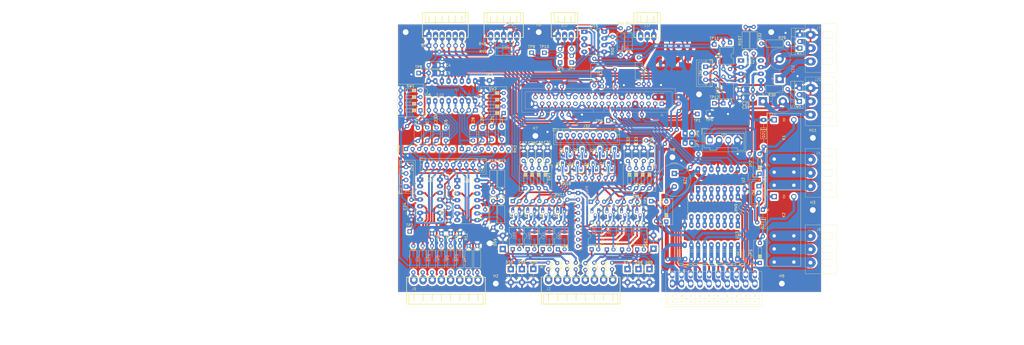
<source format=kicad_pcb>
(kicad_pcb
	(version 20240108)
	(generator "pcbnew")
	(generator_version "8.0")
	(general
		(thickness 1.6)
		(legacy_teardrops no)
	)
	(paper "A4")
	(layers
		(0 "F.Cu" signal)
		(1 "In1.Cu" signal)
		(2 "In2.Cu" signal)
		(31 "B.Cu" signal)
		(32 "B.Adhes" user "B.Adhesive")
		(33 "F.Adhes" user "F.Adhesive")
		(34 "B.Paste" user)
		(35 "F.Paste" user)
		(36 "B.SilkS" user "B.Silkscreen")
		(37 "F.SilkS" user "F.Silkscreen")
		(38 "B.Mask" user)
		(39 "F.Mask" user)
		(40 "Dwgs.User" user "User.Drawings")
		(41 "Cmts.User" user "User.Comments")
		(42 "Eco1.User" user "User.Eco1")
		(43 "Eco2.User" user "User.Eco2")
		(44 "Edge.Cuts" user)
		(45 "Margin" user)
		(46 "B.CrtYd" user "B.Courtyard")
		(47 "F.CrtYd" user "F.Courtyard")
		(48 "B.Fab" user)
		(49 "F.Fab" user)
		(50 "User.1" user)
		(51 "User.2" user)
		(52 "User.3" user)
		(53 "User.4" user)
		(54 "User.5" user)
		(55 "User.6" user)
		(56 "User.7" user)
		(57 "User.8" user)
		(58 "User.9" user)
	)
	(setup
		(stackup
			(layer "F.SilkS"
				(type "Top Silk Screen")
			)
			(layer "F.Paste"
				(type "Top Solder Paste")
			)
			(layer "F.Mask"
				(type "Top Solder Mask")
				(thickness 0.01)
			)
			(layer "F.Cu"
				(type "copper")
				(thickness 0.035)
			)
			(layer "dielectric 1"
				(type "prepreg")
				(thickness 0.1)
				(material "FR4")
				(epsilon_r 4.5)
				(loss_tangent 0.02)
			)
			(layer "In1.Cu"
				(type "copper")
				(thickness 0.035)
			)
			(layer "dielectric 2"
				(type "core")
				(thickness 1.24)
				(material "FR4")
				(epsilon_r 4.5)
				(loss_tangent 0.02)
			)
			(layer "In2.Cu"
				(type "copper")
				(thickness 0.035)
			)
			(layer "dielectric 3"
				(type "prepreg")
				(thickness 0.1)
				(material "FR4")
				(epsilon_r 4.5)
				(loss_tangent 0.02)
			)
			(layer "B.Cu"
				(type "copper")
				(thickness 0.035)
			)
			(layer "B.Mask"
				(type "Bottom Solder Mask")
				(thickness 0.01)
			)
			(layer "B.Paste"
				(type "Bottom Solder Paste")
			)
			(layer "B.SilkS"
				(type "Bottom Silk Screen")
				(color "Red")
			)
			(copper_finish "None")
			(dielectric_constraints no)
		)
		(pad_to_mask_clearance 0)
		(allow_soldermask_bridges_in_footprints no)
		(pcbplotparams
			(layerselection 0x0000000_7ffffff9)
			(plot_on_all_layers_selection 0x00290ba_00000000)
			(disableapertmacros no)
			(usegerberextensions no)
			(usegerberattributes no)
			(usegerberadvancedattributes yes)
			(creategerberjobfile yes)
			(dashed_line_dash_ratio 12.000000)
			(dashed_line_gap_ratio 3.000000)
			(svgprecision 4)
			(plotframeref no)
			(viasonmask no)
			(mode 1)
			(useauxorigin no)
			(hpglpennumber 1)
			(hpglpenspeed 20)
			(hpglpendiameter 15.000000)
			(pdf_front_fp_property_popups yes)
			(pdf_back_fp_property_popups yes)
			(dxfpolygonmode yes)
			(dxfimperialunits yes)
			(dxfusepcbnewfont yes)
			(psnegative no)
			(psa4output no)
			(plotreference no)
			(plotvalue no)
			(plotfptext no)
			(plotinvisibletext no)
			(sketchpadsonfab no)
			(subtractmaskfromsilk no)
			(outputformat 5)
			(mirror no)
			(drillshape 1)
			(scaleselection 1)
			(outputdirectory "export/")
		)
	)
	(net 0 "")
	(net 1 "+5V")
	(net 2 "/Buzzer")
	(net 3 "GND")
	(net 4 "+3V3")
	(net 5 "/ADC_CH3")
	(net 6 "/ADC_CH1")
	(net 7 "+12V")
	(net 8 "/Dig-IN_1")
	(net 9 "-5V")
	(net 10 "/ADC_CH5")
	(net 11 "/ADC_CH6")
	(net 12 "/ADC_CH0")
	(net 13 "/ADC_CH2")
	(net 14 "/ADC_CH7")
	(net 15 "/ADC_CH4")
	(net 16 "/Dig-IN_2")
	(net 17 "/Dig-IN_3")
	(net 18 "/Dig-IN_4")
	(net 19 "/Dig-IN_5")
	(net 20 "/Dig-IN_6")
	(net 21 "/Dig-IN_7")
	(net 22 "/Dig-IN_8")
	(net 23 "OUT_Digital_1_open-drain")
	(net 24 "Net-(U3C-+)")
	(net 25 "Net-(U3D-+)")
	(net 26 "IN_Analog_6 (0-20mA)")
	(net 27 "IN_Analog_7 (0-20mA)")
	(net 28 "Net-(U9B-+)")
	(net 29 "/OUT_PWM_1_diode")
	(net 30 "/OUT_PWM_2_diode")
	(net 31 "Net-(U9A-+)")
	(net 32 "OUT_Digital_2_open-drain")
	(net 33 "OUT_Digital_3_open-drain")
	(net 34 "OUT_Digital_4_open-drain")
	(net 35 "OUT_Digital_5_open-drain")
	(net 36 "Net-(U3A-+)")
	(net 37 "I2C_SDA")
	(net 38 "RS485_B")
	(net 39 "RS485_A")
	(net 40 "Net-(D50-A1)")
	(net 41 "Net-(D51-A)")
	(net 42 "Net-(D53-A1)")
	(net 43 "Net-(D54-A)")
	(net 44 "Net-(D56-A1)")
	(net 45 "Net-(D57-A)")
	(net 46 "Net-(D59-A1)")
	(net 47 "Net-(D60-A)")
	(net 48 "Net-(D62-A1)")
	(net 49 "Net-(D63-A)")
	(net 50 "Net-(D65-A1)")
	(net 51 "Net-(D66-A)")
	(net 52 "Net-(D68-A1)")
	(net 53 "Net-(D69-A)")
	(net 54 "Net-(D71-A1)")
	(net 55 "Net-(D72-A)")
	(net 56 "unconnected-(J1-ID_SD{slash}GPIO0-Pad27)")
	(net 57 "/SPI_CE0_ADC")
	(net 58 "Net-(J1-3V3-Pad1)")
	(net 59 "/SPI0_miso_ADC")
	(net 60 "/UART_DIR-T")
	(net 61 "/SPI0_mosi_ADC")
	(net 62 "/SPI0_sclk_ADC")
	(net 63 "/UART_TX")
	(net 64 "/SPI1_miso_FREE")
	(net 65 "/SR-OUT_latch")
	(net 66 "/SPI1_mosi_FREE")
	(net 67 "/SR-OUT_clock")
	(net 68 "/SR-OUT_data")
	(net 69 "unconnected-(J1-ID_SC{slash}GPIO1-Pad28)")
	(net 70 "/SPI1_CE_FREE")
	(net 71 "/UART_RX")
	(net 72 "/OUT_PWM_2")
	(net 73 "/SPI1_sclk_FREE")
	(net 74 "/OUT_PWM_1")
	(net 75 "IN_Digital_8")
	(net 76 "IN_Digital_5")
	(net 77 "IN_Digital_2")
	(net 78 "IN_Digital_3")
	(net 79 "IN_Digital_4")
	(net 80 "IN_Digital_6")
	(net 81 "IN_Digital_7")
	(net 82 "IN_Digital_1")
	(net 83 "OUT_Digital_8")
	(net 84 "OUT_Digital_7_open-drain")
	(net 85 "OUT_Digital_2")
	(net 86 "OUT_Digital_4")
	(net 87 "OUT_Digital_5")
	(net 88 "OUT_Digital_6")
	(net 89 "OUT_Digital_3")
	(net 90 "OUT_Digital_7")
	(net 91 "OUT_Digital_8_open-drain")
	(net 92 "OUT_Digital_1")
	(net 93 "OUT_Digital_6_open-drain")
	(net 94 "Net-(J4-Pin_1)")
	(net 95 "Net-(J4-Pin_2)")
	(net 96 "Net-(J4-Pin_3)")
	(net 97 "OUT_Digital_COM_open-drain")
	(net 98 "Net-(J6-Pin_1)")
	(net 99 "Net-(J6-Pin_3)")
	(net 100 "Net-(J6-Pin_2)")
	(net 101 "IN_Analog_1 (0-3.3V)")
	(net 102 "IN_Analog_5 (0-24V)")
	(net 103 "IN_Analog_4 (0-12V)")
	(net 104 "IN_Analog_2 (0-5V)")
	(net 105 "IN_Analog_0 (0-3.3V)")
	(net 106 "IN_Analog_3 (0-5V)")
	(net 107 "Net-(Q1-G)")
	(net 108 "Net-(Q2-G)")
	(net 109 "Net-(Q2-D)")
	(net 110 "Net-(Q5-G)")
	(net 111 "Net-(C17-Pad1)")
	(net 112 "Net-(Q7-G)")
	(net 113 "Net-(Q7-D)")
	(net 114 "Net-(C29-Pad1)")
	(net 115 "Net-(Q9-G)")
	(net 116 "Net-(C30-Pad1)")
	(net 117 "Net-(Q10-G)")
	(net 118 "Net-(Q11-D)")
	(net 119 "Net-(Q11-G)")
	(net 120 "Net-(C31-Pad1)")
	(net 121 "Net-(Q13-G)")
	(net 122 "Net-(Q13-D)")
	(net 123 "Net-(C32-Pad1)")
	(net 124 "Net-(Q15-D)")
	(net 125 "Net-(Q15-G)")
	(net 126 "Net-(C33-Pad1)")
	(net 127 "Net-(Q17-G)")
	(net 128 "Net-(Q17-D)")
	(net 129 "Net-(C34-Pad1)")
	(net 130 "Net-(Q19-D)")
	(net 131 "Net-(Q19-G)")
	(net 132 "Net-(C35-Pad1)")
	(net 133 "Net-(U9C--)")
	(net 134 "Net-(U12-~{OUTA})")
	(net 135 "Net-(U12-~{OUTB})")
	(net 136 "Net-(U12-INB)")
	(net 137 "Net-(R33-Pad1)")
	(net 138 "Net-(U9D--)")
	(net 139 "Net-(U12-INA)")
	(net 140 "Net-(R108-Pad1)")
	(net 141 "unconnected-(U2-QH'-Pad9)")
	(net 142 "unconnected-(U12-NC-Pad8)")
	(net 143 "unconnected-(U12-NC-Pad1)")
	(net 144 "Net-(U3B-+)")
	(net 145 "/LED_analog-CH6")
	(net 146 "/LED_analog-CH2")
	(net 147 "/LED_analog-CH7")
	(net 148 "/LED_analog-CH5")
	(net 149 "/LED_analog-CH0")
	(net 150 "/LED_analog-CH1")
	(net 151 "/LED_analog-CH3")
	(net 152 "/LED_analog-CH4")
	(net 153 "/LED_digital-out_2")
	(net 154 "/LED_digital-out_8")
	(net 155 "/LED_digital-out_6")
	(net 156 "/LED_digital-out_5")
	(net 157 "/LED_digital-out_4")
	(net 158 "/LED_digital-out_7")
	(net 159 "/LED_digital-out_1")
	(net 160 "/LED_digital-out_3")
	(net 161 "/LED_relay-1")
	(net 162 "/LED_PWM-1")
	(net 163 "/LED_PWM-2")
	(net 164 "/LED_relay-2")
	(net 165 "Net-(RN9-R2.2)")
	(net 166 "Net-(RN9-R8.2)")
	(net 167 "Net-(RN9-R7.2)")
	(net 168 "Net-(RN9-R5.2)")
	(net 169 "Net-(RN9-R1.2)")
	(net 170 "Net-(RN9-R6.2)")
	(net 171 "Net-(RN9-R3.2)")
	(net 172 "Net-(RN9-R4.2)")
	(net 173 "/DIP_EN-Filter-ADC3")
	(net 174 "/DIP_EN-Filter-ADC1")
	(net 175 "/DIP_EN-Filter-ADC5")
	(net 176 "/DIP_EN-Filter-ADC6")
	(net 177 "/DIP_EN-Filter-ADC0")
	(net 178 "/DIP_EN-Filter-ADC2")
	(net 179 "/DIP_EN-Filter-ADC7")
	(net 180 "/DIP_EN-Filter-ADC4")
	(net 181 "I2C_SCL")
	(net 182 "Net-(J10-Pin_2)")
	(net 183 "Net-(J10-Pin_1)")
	(net 184 "Net-(JP4-A)")
	(net 185 "Net-(JP5-A)")
	(net 186 "Net-(JP6-A)")
	(net 187 "+5VP")
	(net 188 "+3V3P")
	(footprint "Connector_JST:JST_XH_B9B-XH-A_1x09_P2.50mm_Vertical" (layer "F.Cu") (at 98.7044 69.9008))
	(footprint "Resistor_THT:R_Axial_DIN0207_L6.3mm_D2.5mm_P2.54mm_Vertical" (layer "F.Cu") (at 118.646 32.229 -90))
	(footprint "Button_Switch_THT:SW_DIP_SPSTx04_Slide_9.78x12.34mm_W7.62mm_P2.54mm" (layer "F.Cu") (at 45.2845 60.36 180))
	(footprint "Package_TO_SOT_THT:TO-92_HandSolder" (layer "F.Cu") (at 98.2726 82.4186))
	(footprint "Package_DIP:DIP-4_W10.16mm" (layer "F.Cu") (at 160.932 57.706 90))
	(footprint "Button_Switch_THT:SW_DIP_SPSTx01_Slide_9.78x4.72mm_W7.62mm_P2.54mm" (layer "F.Cu") (at 139.161 102.7965 90))
	(footprint "Relay_THT:Relay_SPDT_Omron_G2RL-1-E" (layer "F.Cu") (at 180.34 63.947))
	(footprint "Resistor_THT:R_Axial_DIN0207_L6.3mm_D2.5mm_P10.16mm_Horizontal" (layer "F.Cu") (at 66.957 112.0587 -90))
	(footprint "Package_DIP:DIP-8_W7.62mm_LongPads" (layer "F.Cu") (at 107.851 30.381))
	(footprint "Diode_THT:D_DO-15_P5.08mm_Vertical_AnodeUp" (layer "F.Cu") (at 76.708 113.284 90))
	(footprint "custom-footprints1:WAGO 713-1430 MINI HD Stiftleiste gewinkelt 2x10-polig, RM 3,5" (layer "F.Cu") (at 157.223 127.461))
	(footprint "Resistor_THT:R_Array_SIP8" (layer "F.Cu") (at 80.536 95.01305))
	(footprint "Resistor_THT:R_Axial_DIN0207_L6.3mm_D2.5mm_P10.16mm_Horizontal" (layer "F.Cu") (at 60.353 112.0587 -90))
	(footprint "Capacitor_THT:C_Disc_D7.0mm_W2.5mm_P5.00mm" (layer "F.Cu") (at 41.811 94.516 -90))
	(footprint "Package_DIP:DIP-4_W10.16mm" (layer "F.Cu") (at 86.2052 113.37185 90))
	(footprint "Capacitor_THT:C_Disc_D7.0mm_W2.5mm_P5.00mm" (layer "F.Cu") (at 47.867 71.899685 90))
	(footprint "Capacitor_THT:C_Disc_D7.0mm_W2.5mm_P5.00mm" (layer "F.Cu") (at 124.46 79.66335 90))
	(footprint "Capacitor_THT:C_Disc_D7.0mm_W2.5mm_P5.00mm" (layer "F.Cu") (at 93.7722 79.58085 90))
	(footprint "custom-footprints1:MountingHole_2.2mm_NPTH-with-pad" (layer "F.Cu") (at 195.1228 70.866))
	(footprint "custom-footprints1:MountingHole_2.2mm_NPTH-with-pad" (layer "F.Cu") (at 141.478 78.232))
	(footprint "Capacitor_THT:C_Disc_D7.0mm_W2.5mm_P5.00mm" (layer "F.Cu") (at 87.6762 79.58085 90))
	(footprint "Resistor_THT:R_Axial_DIN0207_L6.3mm_D2.5mm_P2.54mm_Vertical" (layer "F.Cu") (at 108.2574 121.2404 90))
	(footprint "Package_DIP:DIP-4_W10.16mm" (layer "F.Cu") (at 116.4412 113.47785 90))
	(footprint "Capacitor_THT:C_Disc_D7.0mm_W2.5mm_P5.00mm" (layer "F.Cu") (at 68.949 71.842 90))
	(footprint "Package_TO_SOT_THT:TO-92_HandSolder" (layer "F.Cu") (at 100.203 98.933 180))
	(footprint "Connector_JST:JST_XH_B4B-XH-A_1x04_P2.50mm_Vertical" (layer "F.Cu") (at 39.762 89.436 90))
	(footprint "Resistor_THT:R_Axial_DIN0207_L6.3mm_D2.5mm_P2.54mm_Vertical" (layer "F.Cu") (at 114.963 121.059 90))
	(footprint "Resistor_THT:R_Axial_DIN0207_L6.3mm_D2.5mm_P10.16mm_Horizontal" (layer "F.Cu") (at 185.448 52.225 180))
	(footprint "Resistor_THT:R_Axial_DIN0207_L6.3mm_D2.5mm_P10.16mm_Horizontal" (layer "F.Cu") (at 172.494 28.476 -90))
	(footprint "Capacitor_THT:C_Disc_D7.0mm_W2.5mm_P5.00mm"
		(layer "F.Cu")
		(uuid "225685cd-35d5-436d-aa61-4884f58dd0a3")
		(at 72.505 71.506 90)
		(descr "C, Disc series, Radial, pin pitch=5.00mm, , diameter*width=7*2.5mm^2, Capacitor, http://cdn-reichelt.de/documents/datenblatt/B300/DS_KERKO_TC.pdf")
		(tags "C Disc series Radial pin pitch 5.00mm  diameter 7mm width 2.5mm Capacitor")
		(property "Reference" "C21"
			(at 7.77 0.2195 90)
			(layer "F.SilkS")
			(uuid "61e59fa7-ec47-458c-91c9-670fc121632e")
			(effects
				(font
					(size 1 1)
					(thickness 0.15)
				)
			)
		)
		(property "Value" "100n"
			(at 2.418 0.012 90)
			(layer "F.Fab")
			(uuid "05ca397d-c5e5-49d0-b081-ed6e55c4ad21")
			(effects
				(font
					(size 1 1)
					(thickness 0.15)
				)
			)
		)
		(property "Footprint" "Capacitor_THT:C_Disc_D7.0mm_W2.5mm_P5.00mm"
			(at 0 0 90)
			(unlocked yes)
			(layer "F.Fab")
			(hide yes)
			
... [2442885 chars truncated]
</source>
